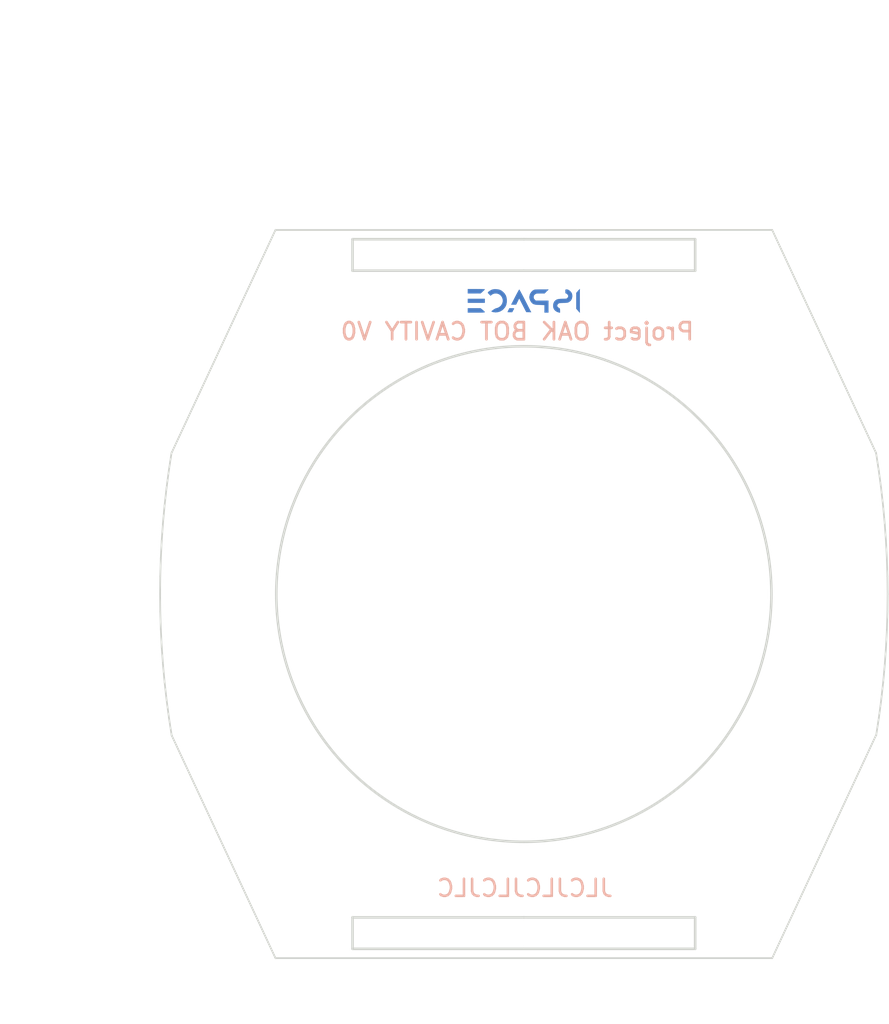
<source format=kicad_pcb>
(kicad_pcb (version 20171130) (host pcbnew "(5.1.6)-1")

  (general
    (thickness 1.6)
    (drawings 70)
    (tracks 0)
    (zones 0)
    (modules 15)
    (nets 1)
  )

  (page A4)
  (title_block
    (title "Project OAK BOT CAVITY V0")
    (date 2025-07-05)
    (rev A)
    (company iSPACE)
  )

  (layers
    (0 F.Cu signal)
    (31 B.Cu signal)
    (32 B.Adhes user hide)
    (33 F.Adhes user hide)
    (34 B.Paste user hide)
    (35 F.Paste user hide)
    (36 B.SilkS user)
    (37 F.SilkS user)
    (38 B.Mask user)
    (39 F.Mask user)
    (40 Dwgs.User user hide)
    (41 Cmts.User user hide)
    (42 Eco1.User user)
    (43 Eco2.User user)
    (44 Edge.Cuts user)
    (45 Margin user)
    (46 B.CrtYd user hide)
    (47 F.CrtYd user hide)
    (48 B.Fab user hide)
    (49 F.Fab user hide)
  )

  (setup
    (last_trace_width 0.25)
    (user_trace_width 0.142)
    (user_trace_width 0.142)
    (user_trace_width 0.142)
    (user_trace_width 0.142)
    (user_trace_width 0.2)
    (user_trace_width 0.2)
    (user_trace_width 0.2)
    (user_trace_width 0.2)
    (trace_clearance 0.2)
    (zone_clearance 0.508)
    (zone_45_only no)
    (trace_min 0.2)
    (via_size 0.6)
    (via_drill 0.4)
    (via_min_size 0.4)
    (via_min_drill 0.3)
    (user_via 0.5 0.3)
    (user_via 0.5 0.3)
    (user_via 0.5 0.3)
    (user_via 0.5 0.3)
    (uvia_size 0.3)
    (uvia_drill 0.1)
    (uvias_allowed no)
    (uvia_min_size 0.2)
    (uvia_min_drill 0.1)
    (edge_width 0.15)
    (segment_width 0.2)
    (pcb_text_width 0.3)
    (pcb_text_size 1.5 1.5)
    (mod_edge_width 0.15)
    (mod_text_size 1 1)
    (mod_text_width 0.15)
    (pad_size 1.524 1.524)
    (pad_drill 0.762)
    (pad_to_mask_clearance 0.2)
    (aux_axis_origin 0 0)
    (grid_origin 70.4596 93.472)
    (visible_elements 7FFFFFFF)
    (pcbplotparams
      (layerselection 0x010f0_ffffffff)
      (usegerberextensions false)
      (usegerberattributes true)
      (usegerberadvancedattributes true)
      (creategerberjobfile true)
      (excludeedgelayer true)
      (linewidth 0.100000)
      (plotframeref false)
      (viasonmask false)
      (mode 1)
      (useauxorigin false)
      (hpglpennumber 1)
      (hpglpenspeed 20)
      (hpglpendiameter 15.000000)
      (psnegative false)
      (psa4output false)
      (plotreference true)
      (plotvalue true)
      (plotinvisibletext false)
      (padsonsilk false)
      (subtractmaskfromsilk false)
      (outputformat 1)
      (mirror false)
      (drillshape 0)
      (scaleselection 1)
      (outputdirectory "Project_OAK_BOT_CAVITY_Gerber/"))
  )

  (net 0 "")

  (net_class Default "This is the default net class."
    (clearance 0.2)
    (trace_width 0.25)
    (via_dia 0.6)
    (via_drill 0.4)
    (uvia_dia 0.3)
    (uvia_drill 0.1)
  )

  (module MountingHole:MountingHole_2.1mm locked (layer F.Cu) (tedit 669FEB46) (tstamp 669FFFE0)
    (at 87.63 86.36)
    (descr "Mounting Hole 2.1mm, no annular")
    (tags "mounting hole 2.1mm no annular")
    (attr virtual)
    (fp_text reference REF** (at -3.556 -0.2794) (layer F.SilkS) hide
      (effects (font (size 1 1) (thickness 0.15)))
    )
    (fp_text value MountingHole_2.1mm (at 0 3.2) (layer F.Fab) hide
      (effects (font (size 1 1) (thickness 0.15)))
    )
    (fp_text user %R (at 0.3 0) (layer F.Fab)
      (effects (font (size 1 1) (thickness 0.15)))
    )
    (pad "" np_thru_hole circle (at 0 0) (size 2.1 2.1) (drill 2.1) (layers *.Cu *.Mask))
  )

  (module MountingHole:MountingHole_2.1mm locked (layer F.Cu) (tedit 669FEB46) (tstamp 669FFF7A)
    (at 87.63 100.584)
    (descr "Mounting Hole 2.1mm, no annular")
    (tags "mounting hole 2.1mm no annular")
    (attr virtual)
    (fp_text reference REF** (at -3.556 -0.2794) (layer F.SilkS) hide
      (effects (font (size 1 1) (thickness 0.15)))
    )
    (fp_text value MountingHole_2.1mm (at 0 3.2) (layer F.Fab) hide
      (effects (font (size 1 1) (thickness 0.15)))
    )
    (fp_text user %R (at 0.3 0) (layer F.Fab)
      (effects (font (size 1 1) (thickness 0.15)))
    )
    (pad "" np_thru_hole circle (at 0 0) (size 2.1 2.1) (drill 2.1) (layers *.Cu *.Mask))
  )

  (module MountingHole:MountingHole_2.1mm locked (layer F.Cu) (tedit 669FEB46) (tstamp 669FFF15)
    (at 77.5716 110.6424)
    (descr "Mounting Hole 2.1mm, no annular")
    (tags "mounting hole 2.1mm no annular")
    (attr virtual)
    (fp_text reference REF** (at -3.556 -0.2794) (layer F.SilkS) hide
      (effects (font (size 1 1) (thickness 0.15)))
    )
    (fp_text value MountingHole_2.1mm (at 0 3.2) (layer F.Fab) hide
      (effects (font (size 1 1) (thickness 0.15)))
    )
    (fp_text user %R (at 0.3 0) (layer F.Fab)
      (effects (font (size 1 1) (thickness 0.15)))
    )
    (pad "" np_thru_hole circle (at 0 0) (size 2.1 2.1) (drill 2.1) (layers *.Cu *.Mask))
  )

  (module MountingHole:MountingHole_2.1mm locked (layer F.Cu) (tedit 669FEB46) (tstamp 669FFE63)
    (at 63.3476 110.6424)
    (descr "Mounting Hole 2.1mm, no annular")
    (tags "mounting hole 2.1mm no annular")
    (attr virtual)
    (fp_text reference REF** (at -3.556 -0.2794) (layer F.SilkS) hide
      (effects (font (size 1 1) (thickness 0.15)))
    )
    (fp_text value MountingHole_2.1mm (at 0 3.2) (layer F.Fab) hide
      (effects (font (size 1 1) (thickness 0.15)))
    )
    (fp_text user %R (at 0.3 0) (layer F.Fab)
      (effects (font (size 1 1) (thickness 0.15)))
    )
    (pad "" np_thru_hole circle (at 0 0) (size 2.1 2.1) (drill 2.1) (layers *.Cu *.Mask))
  )

  (module MountingHole:MountingHole_2.1mm locked (layer F.Cu) (tedit 669FEB46) (tstamp 669FFD72)
    (at 53.2892 100.584)
    (descr "Mounting Hole 2.1mm, no annular")
    (tags "mounting hole 2.1mm no annular")
    (attr virtual)
    (fp_text reference REF** (at -3.556 -0.2794) (layer F.SilkS) hide
      (effects (font (size 1 1) (thickness 0.15)))
    )
    (fp_text value MountingHole_2.1mm (at 0 3.2) (layer F.Fab) hide
      (effects (font (size 1 1) (thickness 0.15)))
    )
    (fp_text user %R (at 0.3 0) (layer F.Fab)
      (effects (font (size 1 1) (thickness 0.15)))
    )
    (pad "" np_thru_hole circle (at 0 0) (size 2.1 2.1) (drill 2.1) (layers *.Cu *.Mask))
  )

  (module MountingHole:MountingHole_2.1mm locked (layer F.Cu) (tedit 669FEB46) (tstamp 669FFC7E)
    (at 53.2892 86.36)
    (descr "Mounting Hole 2.1mm, no annular")
    (tags "mounting hole 2.1mm no annular")
    (attr virtual)
    (fp_text reference REF** (at -3.556 -0.2794) (layer F.SilkS) hide
      (effects (font (size 1 1) (thickness 0.15)))
    )
    (fp_text value MountingHole_2.1mm (at 0 3.2) (layer F.Fab) hide
      (effects (font (size 1 1) (thickness 0.15)))
    )
    (fp_text user %R (at 0.3 0) (layer F.Fab)
      (effects (font (size 1 1) (thickness 0.15)))
    )
    (pad "" np_thru_hole circle (at 0 0) (size 2.1 2.1) (drill 2.1) (layers *.Cu *.Mask))
  )

  (module MountingHole:MountingHole_2.1mm locked (layer F.Cu) (tedit 669FEB46) (tstamp 669FFB63)
    (at 63.3476 76.3016)
    (descr "Mounting Hole 2.1mm, no annular")
    (tags "mounting hole 2.1mm no annular")
    (attr virtual)
    (fp_text reference REF** (at -3.556 -0.2794) (layer F.SilkS) hide
      (effects (font (size 1 1) (thickness 0.15)))
    )
    (fp_text value MountingHole_2.1mm (at 0 3.2) (layer F.Fab) hide
      (effects (font (size 1 1) (thickness 0.15)))
    )
    (fp_text user %R (at 0.3 0) (layer F.Fab)
      (effects (font (size 1 1) (thickness 0.15)))
    )
    (pad "" np_thru_hole circle (at 0 0) (size 2.1 2.1) (drill 2.1) (layers *.Cu *.Mask))
  )

  (module MountingHole:MountingHole_2.1mm locked (layer F.Cu) (tedit 669FEB46) (tstamp 669FF359)
    (at 77.5716 76.3016)
    (descr "Mounting Hole 2.1mm, no annular")
    (tags "mounting hole 2.1mm no annular")
    (attr virtual)
    (fp_text reference REF** (at -3.556 -0.2794) (layer F.SilkS) hide
      (effects (font (size 1 1) (thickness 0.15)))
    )
    (fp_text value MountingHole_2.1mm (at 0 3.2) (layer F.Fab) hide
      (effects (font (size 1 1) (thickness 0.15)))
    )
    (fp_text user %R (at 0.3 0) (layer F.Fab)
      (effects (font (size 1 1) (thickness 0.15)))
    )
    (pad "" np_thru_hole circle (at 0 0) (size 2.1 2.1) (drill 2.1) (layers *.Cu *.Mask))
  )

  (module LOGO (layer B.Cu) (tedit 0) (tstamp 0)
    (at 70.4596 76.3016 180)
    (fp_text reference G*** (at 0 0) (layer B.SilkS) hide
      (effects (font (size 1.524 1.524) (thickness 0.3)) (justify mirror))
    )
    (fp_text value LOGO (at 0.75 0) (layer B.SilkS) hide
      (effects (font (size 1.524 1.524) (thickness 0.3)) (justify mirror))
    )
  )

  (module LOGO (layer B.Cu) (tedit 0) (tstamp 0)
    (at 70.4596 76.3016 180)
    (fp_text reference G*** (at 0 0) (layer B.SilkS) hide
      (effects (font (size 1.524 1.524) (thickness 0.3)) (justify mirror))
    )
    (fp_text value LOGO (at 0.75 0) (layer B.SilkS) hide
      (effects (font (size 1.524 1.524) (thickness 0.3)) (justify mirror))
    )
  )

  (module LOGO (layer B.Cu) (tedit 0) (tstamp 0)
    (at 70.4596 76.3016 180)
    (fp_text reference G*** (at 0 0) (layer B.SilkS) hide
      (effects (font (size 1.524 1.524) (thickness 0.3)) (justify mirror))
    )
    (fp_text value LOGO (at 0.75 0) (layer B.SilkS) hide
      (effects (font (size 1.524 1.524) (thickness 0.3)) (justify mirror))
    )
    (fp_poly (pts (xy 3.280833 0.402167) (xy 2.513822 0.402167) (xy 2.362869 0.549979) (xy 2.211917 0.69779)
      (xy 3.280833 0.6985) (xy 3.280833 0.402167)) (layer B.Mask) (width 0.01))
    (fp_poly (pts (xy 3.280833 -0.169333) (xy 2.264833 -0.169333) (xy 2.264833 0.148167) (xy 3.280833 0.148167)
      (xy 3.280833 -0.169333)) (layer B.Mask) (width 0.01))
    (fp_poly (pts (xy 3.280833 -0.719666) (xy 2.772833 -0.719666) (xy 2.613266 -0.719502) (xy 2.49107 -0.718755)
      (xy 2.401283 -0.717041) (xy 2.338944 -0.71398) (xy 2.299092 -0.709188) (xy 2.276763 -0.702282)
      (xy 2.266998 -0.692881) (xy 2.264833 -0.680602) (xy 2.264833 -0.680507) (xy 2.28002 -0.648671)
      (xy 2.320224 -0.59988) (xy 2.377411 -0.543633) (xy 2.390162 -0.53234) (xy 2.515491 -0.423333)
      (xy 3.280833 -0.423333) (xy 3.280833 -0.719666)) (layer B.Mask) (width 0.01))
    (fp_poly (pts (xy 1.812043 0.680165) (xy 1.952642 0.624404) (xy 2.057679 0.550019) (xy 2.148417 0.468486)
      (xy 2.048784 0.367723) (xy 1.994943 0.314792) (xy 1.960976 0.288289) (xy 1.937703 0.283854)
      (xy 1.915943 0.297124) (xy 1.910426 0.302006) (xy 1.835338 0.350533) (xy 1.739733 0.386513)
      (xy 1.645169 0.402043) (xy 1.637196 0.402167) (xy 1.526736 0.382303) (xy 1.422452 0.32777)
      (xy 1.333036 0.246159) (xy 1.267181 0.145059) (xy 1.236784 0.05255) (xy 1.23657 -0.056745)
      (xy 1.27238 -0.164122) (xy 1.338352 -0.261504) (xy 1.428628 -0.34082) (xy 1.537347 -0.393996)
      (xy 1.566944 -0.402313) (xy 1.626214 -0.423115) (xy 1.699359 -0.458062) (xy 1.776946 -0.501363)
      (xy 1.849543 -0.547229) (xy 1.907718 -0.589869) (xy 1.942039 -0.623493) (xy 1.947333 -0.635816)
      (xy 1.928315 -0.653593) (xy 1.879102 -0.673829) (xy 1.811457 -0.693348) (xy 1.737142 -0.708977)
      (xy 1.667919 -0.717542) (xy 1.641866 -0.71825) (xy 1.561558 -0.710255) (xy 1.479474 -0.692596)
      (xy 1.471083 -0.690058) (xy 1.356503 -0.645969) (xy 1.264672 -0.58935) (xy 1.177415 -0.508426)
      (xy 1.157828 -0.487083) (xy 1.071813 -0.371268) (xy 1.016912 -0.245695) (xy 0.989673 -0.100409)
      (xy 0.985169 0.010584) (xy 1.004147 0.187333) (xy 1.059133 0.342921) (xy 1.149077 0.475597)
      (xy 1.272925 0.583608) (xy 1.35937 0.634009) (xy 1.506927 0.685987) (xy 1.660645 0.701031)
      (xy 1.812043 0.680165)) (layer B.Mask) (width 0.01))
    (fp_poly (pts (xy 0.92679 -0.561317) (xy 0.959971 -0.629906) (xy 0.984194 -0.682457) (xy 0.994716 -0.708646)
      (xy 0.994833 -0.709484) (xy 0.975418 -0.714415) (xy 0.924172 -0.718031) (xy 0.851591 -0.719641)
      (xy 0.840626 -0.719666) (xy 0.686419 -0.719666) (xy 0.618376 -0.581682) (xy 0.585195 -0.513093)
      (xy 0.560973 -0.460542) (xy 0.550451 -0.434353) (xy 0.550333 -0.433515) (xy 0.569748 -0.428584)
      (xy 0.620994 -0.424968) (xy 0.693575 -0.423358) (xy 0.70454 -0.423333) (xy 0.858747 -0.423333)
      (xy 0.92679 -0.561317)) (layer B.Mask) (width 0.01))
    (fp_poly (pts (xy 0.28662 0.668673) (xy 0.290775 0.66401) (xy 0.307408 0.635863) (xy 0.33893 0.577543)
      (xy 0.382102 0.495427) (xy 0.433687 0.395887) (xy 0.490446 0.285298) (xy 0.54914 0.170035)
      (xy 0.606532 0.056472) (xy 0.659382 -0.049017) (xy 0.704454 -0.140058) (xy 0.738507 -0.210276)
      (xy 0.758305 -0.253296) (xy 0.762 -0.263547) (xy 0.742587 -0.269176) (xy 0.691349 -0.273304)
      (xy 0.618789 -0.275138) (xy 0.607967 -0.275166) (xy 0.453934 -0.275166) (xy 0.271826 0.092024)
      (xy 0.176158 -0.086279) (xy 0.125098 -0.182768) (xy 0.064239 -0.299764) (xy 0.002601 -0.419853)
      (xy -0.034016 -0.492125) (xy -0.14852 -0.719666) (xy -0.29651 -0.719666) (xy -0.372298 -0.716872)
      (xy -0.424786 -0.709393) (xy -0.4445 -0.698581) (xy -0.4445 -0.698533) (xy -0.435172 -0.675463)
      (xy -0.40862 -0.619084) (xy -0.366992 -0.533726) (xy -0.312436 -0.423722) (xy -0.247101 -0.293402)
      (xy -0.173135 -0.147098) (xy -0.092686 0.01086) (xy -0.09154 0.013101) (xy 0.000637 0.193048)
      (xy 0.075736 0.33849) (xy 0.1357 0.452739) (xy 0.182476 0.539108) (xy 0.218008 0.600908)
      (xy 0.244244 0.641452) (xy 0.263127 0.664053) (xy 0.276604 0.672023) (xy 0.28662 0.668673)) (layer B.Mask) (width 0.01))
    (fp_poly (pts (xy -1.077227 0.694804) (xy -0.930814 0.692251) (xy -0.820062 0.689399) (xy -0.738299 0.685489)
      (xy -0.678855 0.679763) (xy -0.635059 0.671462) (xy -0.600241 0.659828) (xy -0.56773 0.644103)
      (xy -0.551201 0.635) (xy -0.452247 0.556726) (xy -0.379417 0.452777) (xy -0.334113 0.331848)
      (xy -0.317739 0.202629) (xy -0.331697 0.073812) (xy -0.377391 -0.045909) (xy -0.429334 -0.120017)
      (xy -0.489269 -0.179929) (xy -0.552875 -0.222612) (xy -0.628688 -0.250724) (xy -0.725245 -0.266924)
      (xy -0.851082 -0.27387) (xy -0.926042 -0.274701) (xy -1.185333 -0.275166) (xy -1.185333 -0.719666)
      (xy -1.439333 -0.719666) (xy -1.439333 0.021167) (xy -1.088058 0.021167) (xy -0.937388 0.022454)
      (xy -0.823025 0.027387) (xy -0.738991 0.037572) (xy -0.67931 0.054615) (xy -0.638004 0.080125)
      (xy -0.609096 0.115706) (xy -0.589793 0.155106) (xy -0.574913 0.209715) (xy -0.586564 0.25728)
      (xy -0.594616 0.27278) (xy -0.634718 0.325384) (xy -0.691695 0.362615) (xy -0.771938 0.386474)
      (xy -0.881834 0.398962) (xy -1.007627 0.402134) (xy -1.24267 0.402167) (xy -1.37577 0.551929)
      (xy -1.50887 0.701689) (xy -1.077227 0.694804)) (layer B.Mask) (width 0.01))
    (fp_poly (pts (xy -2.434167 0.552025) (xy -2.435931 0.47029) (xy -2.442624 0.421477) (xy -2.456346 0.396271)
      (xy -2.471208 0.387702) (xy -2.540574 0.347755) (xy -2.575779 0.294138) (xy -2.574756 0.234951)
      (xy -2.535437 0.178294) (xy -2.526562 0.17087) (xy -2.496363 0.151071) (xy -2.459901 0.138226)
      (xy -2.407775 0.130896) (xy -2.330588 0.12764) (xy -2.240132 0.127) (xy -2.108374 0.124157)
      (xy -2.009565 0.113751) (xy -1.934587 0.092973) (xy -1.874325 0.059012) (xy -1.819661 0.009056)
      (xy -1.805018 -0.007152) (xy -1.73479 -0.11818) (xy -1.701742 -0.245938) (xy -1.703898 -0.359694)
      (xy -1.739308 -0.482939) (xy -1.805427 -0.586362) (xy -1.89615 -0.663569) (xy -2.00537 -0.708168)
      (xy -2.042719 -0.714451) (xy -2.137833 -0.725172) (xy -2.137833 -0.574252) (xy -2.136731 -0.495518)
      (xy -2.131746 -0.450117) (xy -2.12036 -0.429074) (xy -2.100054 -0.423412) (xy -2.0955 -0.423333)
      (xy -2.049422 -0.408967) (xy -2.010833 -0.381) (xy -1.979121 -0.334921) (xy -1.9685 -0.296333)
      (xy -1.982866 -0.250254) (xy -2.010833 -0.211666) (xy -2.035529 -0.19212) (xy -2.068617 -0.179614)
      (xy -2.119298 -0.172639) (xy -2.196776 -0.16969) (xy -2.270125 -0.169215) (xy -2.372353 -0.166848)
      (xy -2.468274 -0.16059) (xy -2.543796 -0.151538) (xy -2.57175 -0.145707) (xy -2.670618 -0.097726)
      (xy -2.754584 -0.017178) (xy -2.815528 0.086718) (xy -2.837575 0.156031) (xy -2.850045 0.293766)
      (xy -2.82641 0.420037) (xy -2.770148 0.52913) (xy -2.684736 0.615332) (xy -2.573651 0.672928)
      (xy -2.513542 0.688496) (xy -2.434167 0.703211) (xy -2.434167 0.552025)) (layer B.Mask) (width 0.01))
    (fp_poly (pts (xy -3.174039 0.593928) (xy -3.069167 0.478772) (xy -3.069167 -0.499937) (xy -3.174039 -0.615093)
      (xy -3.278912 -0.73025) (xy -3.278912 0.709083) (xy -3.174039 0.593928)) (layer B.Mask) (width 0.01))
  )

  (module LOGO (layer B.Cu) (tedit 0) (tstamp 0)
    (at 70.4596 76.3016 180)
    (fp_text reference G*** (at 0 0) (layer B.SilkS) hide
      (effects (font (size 1.524 1.524) (thickness 0.3)) (justify mirror))
    )
    (fp_text value LOGO (at 0.75 0) (layer B.SilkS) hide
      (effects (font (size 1.524 1.524) (thickness 0.3)) (justify mirror))
    )
  )

  (module LOGO (layer B.Cu) (tedit 0) (tstamp 0)
    (at 70.4596 76.3016 180)
    (fp_text reference G*** (at 0 0) (layer B.SilkS) hide
      (effects (font (size 1.524 1.524) (thickness 0.3)) (justify mirror))
    )
    (fp_text value LOGO (at 0.75 0) (layer B.SilkS) hide
      (effects (font (size 1.524 1.524) (thickness 0.3)) (justify mirror))
    )
  )

  (module LOGO (layer B.Cu) (tedit 0) (tstamp 0)
    (at 70.4596 76.3016 180)
    (fp_text reference G*** (at 0 0) (layer B.SilkS) hide
      (effects (font (size 1.524 1.524) (thickness 0.3)) (justify mirror))
    )
    (fp_text value LOGO (at 0.75 0) (layer B.SilkS) hide
      (effects (font (size 1.524 1.524) (thickness 0.3)) (justify mirror))
    )
    (fp_poly (pts (xy 3.280833 0.423334) (xy 2.529417 0.424984) (xy 2.40742 0.535284) (xy 2.349687 0.589418)
      (xy 2.306789 0.633333) (xy 2.286411 0.659062) (xy 2.285712 0.661459) (xy 2.305987 0.665928)
      (xy 2.362745 0.669911) (xy 2.450135 0.67322) (xy 2.562307 0.675669) (xy 2.693412 0.677072)
      (xy 2.783417 0.677334) (xy 3.280833 0.677334) (xy 3.280833 0.423334)) (layer B.Cu) (width 0.01))
    (fp_poly (pts (xy 3.280833 -0.127) (xy 2.286 -0.127) (xy 2.286 0.105834) (xy 3.280833 0.105834)
      (xy 3.280833 -0.127)) (layer B.Cu) (width 0.01))
    (fp_poly (pts (xy 0.899227 -0.549629) (xy 0.928497 -0.609261) (xy 0.947847 -0.652264) (xy 0.9525 -0.666046)
      (xy 0.933212 -0.671857) (xy 0.882849 -0.675932) (xy 0.81828 -0.677333) (xy 0.684061 -0.677333)
      (xy 0.62778 -0.573927) (xy 0.596808 -0.514859) (xy 0.576367 -0.471729) (xy 0.5715 -0.45751)
      (xy 0.590807 -0.450876) (xy 0.641313 -0.446189) (xy 0.708727 -0.4445) (xy 0.845953 -0.4445)
      (xy 0.899227 -0.549629)) (layer B.Cu) (width 0.01))
    (fp_poly (pts (xy 0.281861 0.633073) (xy 0.312312 0.583928) (xy 0.355983 0.50723) (xy 0.409992 0.408121)
      (xy 0.471459 0.291744) (xy 0.513113 0.211101) (xy 0.740475 -0.232833) (xy 0.453934 -0.232833)
      (xy 0.271564 0.134887) (xy 0.066208 -0.265931) (xy -0.139148 -0.66675) (xy -0.427838 -0.67937)
      (xy -0.089283 -0.017681) (xy -0.010004 0.136438) (xy 0.063708 0.278145) (xy 0.129541 0.403123)
      (xy 0.185188 0.507054) (xy 0.228338 0.585619) (xy 0.256684 0.6345) (xy 0.267511 0.649521)
      (xy 0.281861 0.633073)) (layer B.Cu) (width 0.01))
    (fp_poly (pts (xy 3.280833 -0.6985) (xy 2.783417 -0.6985) (xy 2.617896 -0.697992) (xy 2.490734 -0.696327)
      (xy 2.397967 -0.693295) (xy 2.335632 -0.688685) (xy 2.299765 -0.682286) (xy 2.286401 -0.673887)
      (xy 2.286079 -0.672041) (xy 2.30158 -0.646808) (xy 2.342464 -0.604411) (xy 2.400426 -0.553322)
      (xy 2.410564 -0.545041) (xy 2.534971 -0.4445) (xy 3.280833 -0.4445) (xy 3.280833 -0.6985)) (layer B.Cu) (width 0.01))
    (fp_poly (pts (xy 1.745571 0.665007) (xy 1.813035 0.657643) (xy 1.868548 0.641462) (xy 1.927266 0.613264)
      (xy 1.941576 0.605432) (xy 2.008506 0.565021) (xy 2.064243 0.525573) (xy 2.088539 0.503998)
      (xy 2.106904 0.47969) (xy 2.107299 0.457236) (xy 2.085546 0.42629) (xy 2.037464 0.376504)
      (xy 1.948664 0.287704) (xy 1.900374 0.332942) (xy 1.808648 0.391714) (xy 1.698084 0.420836)
      (xy 1.581166 0.419137) (xy 1.470381 0.385443) (xy 1.450797 0.375181) (xy 1.347679 0.294588)
      (xy 1.27616 0.192206) (xy 1.237519 0.07579) (xy 1.233037 -0.046904) (xy 1.263994 -0.16812)
      (xy 1.33167 -0.280104) (xy 1.340851 -0.290888) (xy 1.406324 -0.350138) (xy 1.486121 -0.400961)
      (xy 1.564999 -0.434845) (xy 1.61512 -0.444035) (xy 1.651056 -0.455103) (xy 1.704523 -0.483157)
      (xy 1.76552 -0.52134) (xy 1.824043 -0.562798) (xy 1.870092 -0.600675) (xy 1.893663 -0.628113)
      (xy 1.894211 -0.635333) (xy 1.879919 -0.646728) (xy 1.847254 -0.657433) (xy 1.78863 -0.669266)
      (xy 1.696464 -0.684051) (xy 1.68275 -0.686116) (xy 1.636459 -0.686633) (xy 1.569906 -0.68045)
      (xy 1.542172 -0.676397) (xy 1.401283 -0.637579) (xy 1.276537 -0.567115) (xy 1.183074 -0.486193)
      (xy 1.087205 -0.366948) (xy 1.026693 -0.232912) (xy 0.999489 -0.078339) (xy 0.998513 0.03175)
      (xy 1.016423 0.182869) (xy 1.058926 0.308223) (xy 1.131001 0.419563) (xy 1.190335 0.484353)
      (xy 1.292335 0.571976) (xy 1.394768 0.628165) (xy 1.510588 0.658046) (xy 1.651 0.66675)
      (xy 1.745571 0.665007)) (layer B.Cu) (width 0.01))
    (fp_poly (pts (xy -0.916445 0.654957) (xy -0.794904 0.651561) (xy -0.696156 0.646328) (xy -0.627285 0.639607)
      (xy -0.599336 0.63374) (xy -0.510758 0.581269) (xy -0.43014 0.499195) (xy -0.368433 0.400144)
      (xy -0.346235 0.342013) (xy -0.324134 0.20512) (xy -0.342147 0.078179) (xy -0.401241 -0.044957)
      (xy -0.408668 -0.056153) (xy -0.46055 -0.124142) (xy -0.515534 -0.173981) (xy -0.581399 -0.20859)
      (xy -0.665926 -0.230891) (xy -0.776897 -0.243804) (xy -0.922091 -0.250249) (xy -0.926042 -0.250348)
      (xy -1.2065 -0.257279) (xy -1.2065 -0.6985) (xy -1.439333 -0.6985) (xy -1.439333 0)
      (xy -0.695244 0) (xy -0.633372 0.061872) (xy -0.58812 0.120779) (xy -0.572548 0.185754)
      (xy -0.572173 0.204747) (xy -0.581734 0.279257) (xy -0.614771 0.335758) (xy -0.676752 0.387264)
      (xy -0.70935 0.403746) (xy -0.755668 0.414541) (xy -0.824087 0.420666) (xy -0.922992 0.423139)
      (xy -0.973808 0.423334) (xy -1.21853 0.423334) (xy -1.3335 0.53975) (xy -1.448471 0.656167)
      (xy -1.053697 0.656167) (xy -0.916445 0.654957)) (layer B.Cu) (width 0.01))
    (fp_poly (pts (xy -2.461962 0.654316) (xy -2.442655 0.641816) (xy -2.435326 0.608244) (xy -2.434167 0.543181)
      (xy -2.434167 0.53975) (xy -2.436869 0.470074) (xy -2.446549 0.434077) (xy -2.465567 0.423357)
      (xy -2.466879 0.423334) (xy -2.512004 0.405685) (xy -2.558075 0.362427) (xy -2.592589 0.308086)
      (xy -2.6035 0.264584) (xy -2.588825 0.211807) (xy -2.553334 0.159609) (xy -2.551546 0.157788)
      (xy -2.526299 0.135165) (xy -2.4986 0.120248) (xy -2.459462 0.111418) (xy -2.399895 0.107058)
      (xy -2.310914 0.105547) (xy -2.260504 0.105369) (xy -2.115805 0.100891) (xy -2.004761 0.086305)
      (xy -1.919349 0.058925) (xy -1.851545 0.016065) (xy -1.793326 -0.044961) (xy -1.786968 -0.053153)
      (xy -1.737039 -0.150338) (xy -1.714993 -0.265518) (xy -1.721929 -0.383906) (xy -1.755012 -0.483262)
      (xy -1.823728 -0.575141) (xy -1.920097 -0.646479) (xy -2.030861 -0.68762) (xy -2.037292 -0.688849)
      (xy -2.116667 -0.703211) (xy -2.116209 -0.579147) (xy -2.114481 -0.508818) (xy -2.106177 -0.467954)
      (xy -2.085621 -0.443695) (xy -2.047461 -0.423333) (xy -1.982443 -0.375893) (xy -1.953808 -0.3151)
      (xy -1.963871 -0.248256) (xy -1.982182 -0.217419) (xy -2.012482 -0.183008) (xy -2.048573 -0.159009)
      (xy -2.098417 -0.143498) (xy -2.169972 -0.134552) (xy -2.271198 -0.130247) (xy -2.347641 -0.129109)
      (xy -2.452168 -0.126921) (xy -2.52563 -0.121432) (xy -2.579275 -0.110706) (xy -2.624349 -0.092802)
      (xy -2.654785 -0.076158) (xy -2.748851 0.001861) (xy -2.809438 0.105054) (xy -2.835387 0.231255)
      (xy -2.836333 0.263225) (xy -2.825736 0.376581) (xy -2.790067 0.466306) (xy -2.723508 0.54647)
      (xy -2.716515 0.553039) (xy -2.634002 0.617734) (xy -2.557461 0.649909) (xy -2.499058 0.656167)
      (xy -2.461962 0.654316)) (layer B.Cu) (width 0.01))
    (fp_poly (pts (xy -3.175 0.5715) (xy -3.070514 0.455084) (xy -3.071 -0.47625) (xy -3.175683 -0.592666)
      (xy -3.280366 -0.709083) (xy -3.279486 0.687917) (xy -3.175 0.5715)) (layer B.Cu) (width 0.01))
  )

  (module LOGO (layer B.Cu) (tedit 0) (tstamp 0)
    (at 70.4596 76.3016 180)
    (fp_text reference G*** (at 0 0) (layer B.SilkS) hide
      (effects (font (size 1.524 1.524) (thickness 0.3)) (justify mirror))
    )
    (fp_text value LOGO (at 0.75 0) (layer B.SilkS) hide
      (effects (font (size 1.524 1.524) (thickness 0.3)) (justify mirror))
    )
  )

  (gr_line (start 63.3476 76.3016) (end 77.5716 76.3016) (layer Dwgs.User) (width 0.05))
  (dimension 21.336 (width 0.15) (layer Margin)
    (gr_text "21.336 mm" (at 81.1276 59.406) (layer Margin)
      (effects (font (size 1 1) (thickness 0.15)))
    )
    (feature1 (pts (xy 91.7956 93.472) (xy 91.7956 60.119579)))
    (feature2 (pts (xy 70.4596 93.472) (xy 70.4596 60.119579)))
    (crossbar (pts (xy 70.4596 60.706) (xy 91.7956 60.706)))
    (arrow1a (pts (xy 91.7956 60.706) (xy 90.669096 61.292421)))
    (arrow1b (pts (xy 91.7956 60.706) (xy 90.669096 60.119579)))
    (arrow2a (pts (xy 70.4596 60.706) (xy 71.586104 61.292421)))
    (arrow2b (pts (xy 70.4596 60.706) (xy 71.586104 60.119579)))
  )
  (gr_line (start 55.910521 72.166892) (end 49.852409 85.157992) (layer Eco1.User) (width 0.1))
  (gr_circle (center 70.4596 93.472) (end 84.9596 93.472) (layer Edge.Cuts) (width 0.15))
  (gr_line (start 85.004701 72.165302) (end 55.910521 72.166892) (layer Eco1.User) (width 0.1))
  (dimension 29 (width 0.15) (layer Margin)
    (gr_text "29.000 mm" (at 70.4596 100.868) (layer Margin)
      (effects (font (size 1 1) (thickness 0.15)))
    )
    (feature1 (pts (xy 55.9596 93.472) (xy 55.9596 100.154421)))
    (feature2 (pts (xy 84.9596 93.472) (xy 84.9596 100.154421)))
    (crossbar (pts (xy 84.9596 99.568) (xy 55.9596 99.568)))
    (arrow1a (pts (xy 55.9596 99.568) (xy 57.086104 98.981579)))
    (arrow1b (pts (xy 55.9596 99.568) (xy 57.086104 100.154421)))
    (arrow2a (pts (xy 84.9596 99.568) (xy 83.833096 98.981579)))
    (arrow2b (pts (xy 84.9596 99.568) (xy 83.833096 100.154421)))
  )
  (dimension 30 (width 0.15) (layer Margin)
    (gr_text "30.000 mm" (at 70.4596 103.281) (layer Margin)
      (effects (font (size 1 1) (thickness 0.15)))
    )
    (feature1 (pts (xy 55.4596 93.472) (xy 55.4596 102.567421)))
    (feature2 (pts (xy 85.4596 93.472) (xy 85.4596 102.567421)))
    (crossbar (pts (xy 85.4596 101.981) (xy 55.4596 101.981)))
    (arrow1a (pts (xy 55.4596 101.981) (xy 56.586104 101.394579)))
    (arrow1b (pts (xy 55.4596 101.981) (xy 56.586104 102.567421)))
    (arrow2a (pts (xy 85.4596 101.981) (xy 84.333096 101.394579)))
    (arrow2b (pts (xy 85.4596 101.981) (xy 84.333096 102.567421)))
  )
  (gr_circle (center 70.4596 93.472) (end 85.4596 93.472) (layer Eco1.User) (width 0.15))
  (dimension 21.30516 (width 0.15) (layer Margin)
    (gr_text "21.305 mm" (at 59.807193 59.406028 -0.0002904434507) (layer Margin)
      (effects (font (size 1 1) (thickness 0.15)))
    )
    (feature1 (pts (xy 49.15444 93.471892) (xy 49.154609 60.119553)))
    (feature2 (pts (xy 70.4596 93.472) (xy 70.459769 60.119661)))
    (crossbar (pts (xy 70.459766 60.706082) (xy 49.154606 60.705974)))
    (arrow1a (pts (xy 49.154606 60.705974) (xy 50.281113 60.119559)))
    (arrow1b (pts (xy 49.154606 60.705974) (xy 50.281107 61.2924)))
    (arrow2a (pts (xy 70.459766 60.706082) (xy 69.333265 60.119656)))
    (arrow2b (pts (xy 70.459766 60.706082) (xy 69.333259 61.292497)))
  )
  (dimension 19.812 (width 0.15) (layer Margin)
    (gr_text "19.812 mm" (at 70.4596 116.997) (layer Margin)
      (effects (font (size 1 1) (thickness 0.15)))
    )
    (feature1 (pts (xy 80.3656 114.1095) (xy 80.3656 116.283421)))
    (feature2 (pts (xy 60.5536 114.1095) (xy 60.5536 116.283421)))
    (crossbar (pts (xy 60.5536 115.697) (xy 80.3656 115.697)))
    (arrow1a (pts (xy 80.3656 115.697) (xy 79.239096 116.283421)))
    (arrow1b (pts (xy 80.3656 115.697) (xy 79.239096 115.110579)))
    (arrow2a (pts (xy 60.5536 115.697) (xy 61.680104 116.283421)))
    (arrow2b (pts (xy 60.5536 115.697) (xy 61.680104 115.110579)))
  )
  (gr_text JLCJLCJLCJLC (at 70.5231 110.6805) (layer B.SilkS)
    (effects (font (size 1 1) (thickness 0.15)) (justify mirror))
  )
  (gr_text "Project OAK BOT CAVITY V0" (at 70.0786 78.105) (layer B.SilkS)
    (effects (font (size 1 1) (thickness 0.16)) (justify mirror))
  )
  (dimension 29.0195 (width 0.15) (layer Margin)
    (gr_text "29.020 mm" (at 70.42785 119.282999) (layer Margin)
      (effects (font (size 1 1) (thickness 0.15)))
    )
    (feature1 (pts (xy 84.9376 114.7445) (xy 84.9376 118.56942)))
    (feature2 (pts (xy 55.9181 114.7445) (xy 55.9181 118.56942)))
    (crossbar (pts (xy 55.9181 117.982999) (xy 84.9376 117.982999)))
    (arrow1a (pts (xy 84.9376 117.982999) (xy 83.811096 118.56942)))
    (arrow1b (pts (xy 84.9376 117.982999) (xy 83.811096 117.396578)))
    (arrow2a (pts (xy 55.9181 117.982999) (xy 57.044604 118.56942)))
    (arrow2b (pts (xy 55.9181 117.982999) (xy 57.044604 117.396578)))
  )
  (dimension 42.545 (width 0.15) (layer Margin)
    (gr_text "42.545 mm" (at 43.4421 93.472 270) (layer Margin)
      (effects (font (size 1 1) (thickness 0.15)))
    )
    (feature1 (pts (xy 70.4596 114.7445) (xy 44.155679 114.7445)))
    (feature2 (pts (xy 70.4596 72.1995) (xy 44.155679 72.1995)))
    (crossbar (pts (xy 44.7421 72.1995) (xy 44.7421 114.7445)))
    (arrow1a (pts (xy 44.7421 114.7445) (xy 44.155679 113.617996)))
    (arrow1b (pts (xy 44.7421 114.7445) (xy 45.328521 113.617996)))
    (arrow2a (pts (xy 44.7421 72.1995) (xy 44.155679 73.326004)))
    (arrow2b (pts (xy 44.7421 72.1995) (xy 45.328521 73.326004)))
  )
  (gr_line (start 80.4926 112.395) (end 80.4926 114.2365) (layer Edge.Cuts) (width 0.15) (tstamp 68336E00))
  (gr_line (start 70.4596 72.7075) (end 60.4266 72.7075) (layer Edge.Cuts) (width 0.15) (tstamp 68336DFD))
  (gr_line (start 70.4596 72.7075) (end 80.4926 72.7075) (layer Edge.Cuts) (width 0.15) (tstamp 68336D61))
  (gr_line (start 70.4596 74.549) (end 80.4926 74.549) (layer Edge.Cuts) (width 0.15) (tstamp 68336D5B))
  (gr_line (start 60.4266 72.7075) (end 60.4266 74.549) (layer Edge.Cuts) (width 0.15) (tstamp 68336D64))
  (gr_line (start 60.4266 74.549) (end 70.4596 74.549) (layer Edge.Cuts) (width 0.15) (tstamp 68336D6D))
  (gr_line (start 80.4926 72.7075) (end 80.4926 74.549) (layer Edge.Cuts) (width 0.15) (tstamp 68336D67))
  (gr_line (start 70.4596 114.2365) (end 80.4926 114.2365) (layer Edge.Cuts) (width 0.15) (tstamp 68336D6A))
  (gr_line (start 60.4266 114.2365) (end 70.4596 114.2365) (layer Edge.Cuts) (width 0.15) (tstamp 68336D5E))
  (gr_line (start 70.4596 112.395) (end 60.4266 112.395) (layer Edge.Cuts) (width 0.15) (tstamp 68336DDC))
  (gr_line (start 60.4266 112.395) (end 60.4266 114.2365) (layer Edge.Cuts) (width 0.15) (tstamp 68336DA9))
  (gr_line (start 70.4596 112.395) (end 80.4926 112.395) (layer Edge.Cuts) (width 0.15) (tstamp 68336DF7))
  (gr_line (start 55.910521 72.166892) (end 49.852409 85.157992) (layer Edge.Cuts) (width 0.1) (tstamp 68336DAF))
  (gr_line (start 49.852409 85.157992) (end 49.850409 85.159992) (layer Edge.Cuts) (width 0.1) (tstamp 68336DD6))
  (gr_line (start 49.850409 85.159992) (end 49.82324 85.212792) (layer Edge.Cuts) (width 0.1) (tstamp 68336DC7))
  (gr_line (start 49.82324 85.212792) (end 49.66624 86.239592) (layer Edge.Cuts) (width 0.1) (tstamp 68336D7F))
  (gr_line (start 49.66624 86.239592) (end 49.530139 87.268692) (layer Edge.Cuts) (width 0.1) (tstamp 68336DD0))
  (gr_line (start 49.530139 87.268692) (end 49.41514 88.299592) (layer Edge.Cuts) (width 0.1) (tstamp 68336DCD))
  (gr_line (start 49.41514 88.299592) (end 49.321039 89.332192) (layer Edge.Cuts) (width 0.1) (tstamp 68336D8B))
  (gr_line (start 49.321039 89.332192) (end 49.247839 90.365992) (layer Edge.Cuts) (width 0.1) (tstamp 68336DAC))
  (gr_line (start 49.247839 90.365992) (end 49.19574 91.400792) (layer Edge.Cuts) (width 0.1) (tstamp 68336DF4))
  (gr_line (start 49.19574 91.400792) (end 49.164539 92.436192) (layer Edge.Cuts) (width 0.1) (tstamp 68336DD9))
  (gr_line (start 49.164539 92.436192) (end 49.15444 93.471892) (layer Edge.Cuts) (width 0.1) (tstamp 68336DB2))
  (gr_line (start 49.15444 93.471892) (end 49.16524 94.507592) (layer Edge.Cuts) (width 0.1) (tstamp 68336DB8))
  (gr_line (start 49.16524 94.507592) (end 49.19704 95.542992) (layer Edge.Cuts) (width 0.1) (tstamp 68336DD3))
  (gr_line (start 49.19704 95.542992) (end 49.249839 96.577692) (layer Edge.Cuts) (width 0.1) (tstamp 68336D88))
  (gr_line (start 49.249839 96.577692) (end 49.32374 97.611392) (layer Edge.Cuts) (width 0.1) (tstamp 68336D85))
  (gr_line (start 49.32374 97.611392) (end 49.418539 98.643892) (layer Edge.Cuts) (width 0.1) (tstamp 68336DF1))
  (gr_line (start 49.418539 98.643892) (end 49.534439 99.674792) (layer Edge.Cuts) (width 0.1) (tstamp 68336D7C))
  (gr_line (start 49.534439 99.674792) (end 49.67124 100.703692) (layer Edge.Cuts) (width 0.1) (tstamp 68336DA6))
  (gr_line (start 49.67124 100.703692) (end 49.829139 101.730392) (layer Edge.Cuts) (width 0.1) (tstamp 68336DCA))
  (gr_line (start 49.829139 101.730392) (end 49.83114 101.734292) (layer Edge.Cuts) (width 0.1) (tstamp 68336D9D))
  (gr_line (start 49.83114 101.734292) (end 49.842939 101.765492) (layer Edge.Cuts) (width 0.1) (tstamp 68336DA0))
  (gr_line (start 49.842939 101.765492) (end 55.911001 114.778592) (layer Edge.Cuts) (width 0.1) (tstamp 68336D82))
  (gr_line (start 55.911001 114.778592) (end 85.005501 114.778792) (layer Edge.Cuts) (width 0.1) (tstamp 68336D79))
  (gr_line (start 85.005501 114.778792) (end 91.058201 101.794792) (layer Edge.Cuts) (width 0.1) (tstamp 68336D91))
  (gr_line (start 91.058201 101.794792) (end 91.097201 101.730392) (layer Edge.Cuts) (width 0.1) (tstamp 68336DEB))
  (gr_line (start 91.097201 101.730392) (end 91.254101 100.703492) (layer Edge.Cuts) (width 0.1) (tstamp 68336DE2))
  (gr_line (start 91.254101 100.703492) (end 91.390102 99.674492) (layer Edge.Cuts) (width 0.1) (tstamp 68336DDF))
  (gr_line (start 91.390102 99.674492) (end 91.505002 98.643492) (layer Edge.Cuts) (width 0.1) (tstamp 68336DA3))
  (gr_line (start 91.505002 98.643492) (end 91.598901 97.610892) (layer Edge.Cuts) (width 0.1) (tstamp 68336DC4))
  (gr_line (start 91.598901 97.610892) (end 91.671901 96.577092) (layer Edge.Cuts) (width 0.1) (tstamp 68336DEE))
  (gr_line (start 91.671901 96.577092) (end 91.723802 95.542292) (layer Edge.Cuts) (width 0.1) (tstamp 68336DB5))
  (gr_line (start 91.723802 95.542292) (end 91.754802 94.506892) (layer Edge.Cuts) (width 0.1) (tstamp 68336D9A))
  (gr_line (start 91.754802 94.506892) (end 91.764701 93.471192) (layer Edge.Cuts) (width 0.1) (tstamp 68336D97))
  (gr_line (start 91.764701 93.471192) (end 91.753702 92.435492) (layer Edge.Cuts) (width 0.1) (tstamp 68336D94))
  (gr_line (start 91.753702 92.435492) (end 91.721701 91.400092) (layer Edge.Cuts) (width 0.1) (tstamp 68336DFA))
  (gr_line (start 91.721701 91.400092) (end 91.668701 90.365392) (layer Edge.Cuts) (width 0.1) (tstamp 68336DE8))
  (gr_line (start 91.668701 90.365392) (end 91.594702 89.331592) (layer Edge.Cuts) (width 0.1) (tstamp 68336D76))
  (gr_line (start 91.594702 89.331592) (end 91.499702 88.299192) (layer Edge.Cuts) (width 0.1) (tstamp 68336DC1))
  (gr_line (start 91.499702 88.299192) (end 91.383801 87.268292) (layer Edge.Cuts) (width 0.1) (tstamp 68336DE5))
  (gr_line (start 91.383801 87.268292) (end 91.246902 86.239292) (layer Edge.Cuts) (width 0.1) (tstamp 68336D73))
  (gr_line (start 91.246902 86.239292) (end 91.089001 85.212692) (layer Edge.Cuts) (width 0.1) (tstamp 68336DBE))
  (gr_line (start 91.089001 85.212692) (end 91.063601 85.161892) (layer Edge.Cuts) (width 0.1) (tstamp 68336D8E))
  (gr_line (start 91.063601 85.161892) (end 85.004701 72.165302) (layer Edge.Cuts) (width 0.1) (tstamp 68336D70))
  (gr_line (start 85.004701 72.165302) (end 55.910521 72.166892) (layer Edge.Cuts) (width 0.1) (tstamp 68336DBB))

)

</source>
